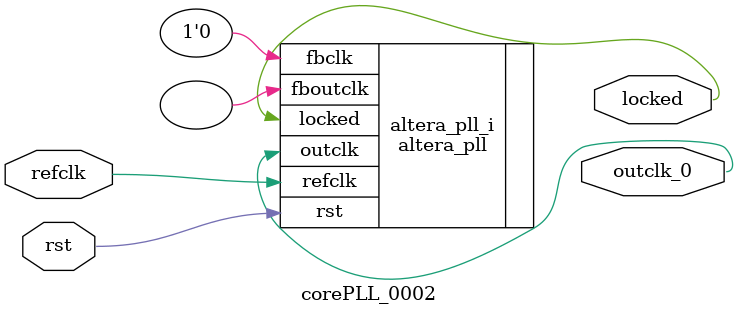
<source format=v>
`timescale 1ns/10ps
module  corePLL_0002(

	// interface 'refclk'
	input wire refclk,

	// interface 'reset'
	input wire rst,

	// interface 'outclk0'
	output wire outclk_0,

	// interface 'locked'
	output wire locked
);

	altera_pll #(
		.fractional_vco_multiplier("false"),
		.reference_clock_frequency("50.0 MHz"),
		.operation_mode("direct"),
		.number_of_clocks(1),
		.output_clock_frequency0("20.000000 MHz"),
		.phase_shift0("0 ps"),
		.duty_cycle0(50),
		.output_clock_frequency1("0 MHz"),
		.phase_shift1("0 ps"),
		.duty_cycle1(50),
		.output_clock_frequency2("0 MHz"),
		.phase_shift2("0 ps"),
		.duty_cycle2(50),
		.output_clock_frequency3("0 MHz"),
		.phase_shift3("0 ps"),
		.duty_cycle3(50),
		.output_clock_frequency4("0 MHz"),
		.phase_shift4("0 ps"),
		.duty_cycle4(50),
		.output_clock_frequency5("0 MHz"),
		.phase_shift5("0 ps"),
		.duty_cycle5(50),
		.output_clock_frequency6("0 MHz"),
		.phase_shift6("0 ps"),
		.duty_cycle6(50),
		.output_clock_frequency7("0 MHz"),
		.phase_shift7("0 ps"),
		.duty_cycle7(50),
		.output_clock_frequency8("0 MHz"),
		.phase_shift8("0 ps"),
		.duty_cycle8(50),
		.output_clock_frequency9("0 MHz"),
		.phase_shift9("0 ps"),
		.duty_cycle9(50),
		.output_clock_frequency10("0 MHz"),
		.phase_shift10("0 ps"),
		.duty_cycle10(50),
		.output_clock_frequency11("0 MHz"),
		.phase_shift11("0 ps"),
		.duty_cycle11(50),
		.output_clock_frequency12("0 MHz"),
		.phase_shift12("0 ps"),
		.duty_cycle12(50),
		.output_clock_frequency13("0 MHz"),
		.phase_shift13("0 ps"),
		.duty_cycle13(50),
		.output_clock_frequency14("0 MHz"),
		.phase_shift14("0 ps"),
		.duty_cycle14(50),
		.output_clock_frequency15("0 MHz"),
		.phase_shift15("0 ps"),
		.duty_cycle15(50),
		.output_clock_frequency16("0 MHz"),
		.phase_shift16("0 ps"),
		.duty_cycle16(50),
		.output_clock_frequency17("0 MHz"),
		.phase_shift17("0 ps"),
		.duty_cycle17(50),
		.pll_type("General"),
		.pll_subtype("General")
	) altera_pll_i (
		.rst	(rst),
		.outclk	({outclk_0}),
		.locked	(locked),
		.fboutclk	( ),
		.fbclk	(1'b0),
		.refclk	(refclk)
	);
endmodule


</source>
